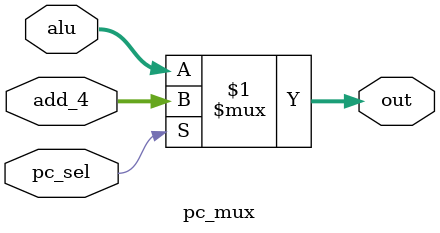
<source format=v>
module pc_mux(add_4, alu, pc_sel, out);
    input [31:0] add_4, alu;
    input pc_sel;
    output [31:0] out;

    assign out = (pc_sel) ? add_4 : alu;
endmodule

</source>
